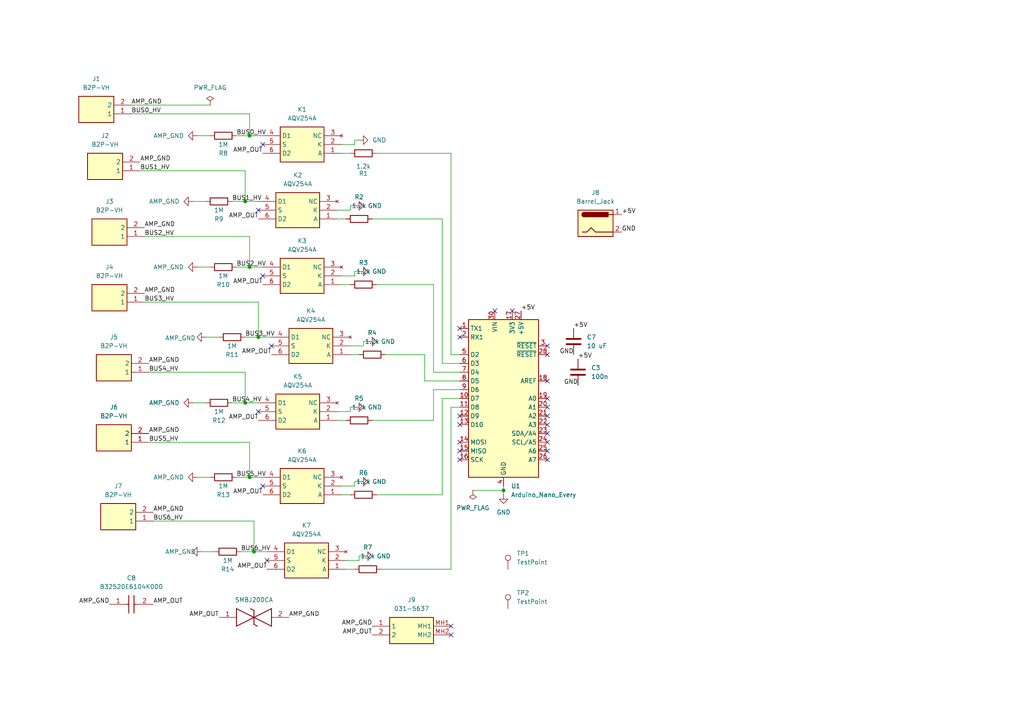
<source format=kicad_sch>
(kicad_sch (version 20250114) (generator "eeschema") (generator_version "9.0")
  (paper "A4")
  (lib_symbols
    (symbol "Connector:Barrel_Jack" (pin_names (offset 1.016))
      (property "Reference" "J" (at 0 5.334 0))
      (property "Value" "Barrel_Jack" (at 0 -5.08 0))
      (symbol "Barrel_Jack_0_1"
        (rectangle (start -5.08 3.81) (end 5.08 -3.81) (stroke (width 0.254)) (fill (type background)))
        (polyline (pts (xy -3.81 -2.54) (xy -2.54 -2.54) (xy -1.27 -1.27) (xy 0 -2.54) (xy 2.54 -2.54) (xy 5.08 -2.54)) (stroke (width 0.254)))
        (arc (start -3.302 1.905) (mid -3.9343 2.54) (end -3.302 3.175) (stroke (width 0.254)))
        (arc (start -3.302 1.905) (mid -3.9343 2.54) (end -3.302 3.175) (stroke (width 0.254)) (fill (type outline)))
        (rectangle (start 3.683 3.175) (end -3.302 1.905) (stroke (width 0.254)) (fill (type outline)))
        (polyline (pts (xy 5.08 2.54) (xy 3.81 2.54)) (stroke (width 0.254)))
      )
      (symbol "Barrel_Jack_1_1"
        (pin passive line (at 7.62 2.54 180) (length 2.54) (name "~") (number "1"))
        (pin passive line (at 7.62 -2.54 180) (length 2.54) (name "~") (number "2"))
      )
    )
    (symbol "Connector:TestPoint" (pin_numbers (hide yes)) (pin_names (offset 0.762) (hide yes))
      (property "Reference" "TP" (at 0 6.858 0))
      (property "Value" "TestPoint" (at 0 5.08 0))
      (symbol "TestPoint_0_1"
        (circle (center 0 3.302) (radius 0.762))
      )
      (symbol "TestPoint_1_1"
        (pin passive line (at 0 0 90) (length 2.54) (name "1") (number "1"))
      )
    )
    (symbol "Device:C" (pin_numbers (hide yes)) (pin_names (offset 0.254))
      (property "Reference" "C" (at 0.635 2.54 0))
      (property "Value" "C" (at 0.635 -2.54 0))
      (symbol "C_0_1"
        (polyline (pts (xy -2.032 0.762) (xy 2.032 0.762)) (stroke (width 0.508)))
        (polyline (pts (xy -2.032 -0.762) (xy 2.032 -0.762)) (stroke (width 0.508)))
      )
      (symbol "C_1_1"
        (pin passive line (at 0 3.81 270) (length 2.794) (name "~") (number "1"))
        (pin passive line (at 0 -3.81 90) (length 2.794) (name "~") (number "2"))
      )
    )
    (symbol "Device:R" (pin_numbers (hide yes)) (pin_names (offset 0))
      (property "Reference" "R" (at 2.032 0 90))
      (property "Value" "R" (at 0 0 90))
      (symbol "R_0_1"
        (rectangle (start -1.016 -2.54) (end 1.016 2.54) (stroke (width 0.254)))
      )
      (symbol "R_1_1"
        (pin passive line (at 0 3.81 270) (length 1.27) (name "~") (number "1"))
        (pin passive line (at 0 -3.81 90) (length 1.27) (name "~") (number "2"))
      )
    )
    (symbol "MCU_Module:Arduino_Nano_Every"
      (property "Reference" "A" (at -10.16 23.495 0))
      (property "Value" "Arduino_Nano_Every" (at 5.08 -24.13 0))
      (symbol "Arduino_Nano_Every_0_1"
        (rectangle (start -10.16 22.86) (end 10.16 -22.86) (stroke (width 0.254)) (fill (type background)))
      )
      (symbol "Arduino_Nano_Every_1_1"
        (pin bidirectional line (at -12.7 20.32 0) (length 2.54) (name "TX1") (number "1"))
        (pin bidirectional line (at -12.7 17.78 0) (length 2.54) (name "RX1") (number "2"))
        (pin bidirectional line (at -12.7 12.7 0) (length 2.54) (name "D2") (number "5"))
        (pin bidirectional line (at -12.7 10.16 0) (length 2.54) (name "D3") (number "6"))
        (pin bidirectional line (at -12.7 7.62 0) (length 2.54) (name "D4") (number "7"))
        (pin bidirectional line (at -12.7 5.08 0) (length 2.54) (name "D5") (number "8"))
        (pin bidirectional line (at -12.7 2.54 0) (length 2.54) (name "D6") (number "9"))
        (pin bidirectional line (at -12.7 0 0) (length 2.54) (name "D7") (number "10"))
        (pin bidirectional line (at -12.7 -2.54 0) (length 2.54) (name "D8") (number "11"))
        (pin bidirectional line (at -12.7 -5.08 0) (length 2.54) (name "D9") (number "12"))
        (pin bidirectional line (at -12.7 -7.62 0) (length 2.54) (name "D10") (number "13"))
        (pin bidirectional line (at -12.7 -12.7 0) (length 2.54) (name "MOSI") (number "14"))
        (pin bidirectional line (at -12.7 -15.24 0) (length 2.54) (name "MISO") (number "15"))
        (pin bidirectional line (at -12.7 -17.78 0) (length 2.54) (name "SCK") (number "16"))
        (pin power_in line (at -2.54 25.4 270) (length 2.54) (name "VIN") (number "30"))
        (pin passive line (at 0 -25.4 90) (length 2.54) (hide yes) (name "GND") (number "29"))
        (pin power_in line (at 0 -25.4 90) (length 2.54) (name "GND") (number "4"))
        (pin power_out line (at 2.54 25.4 270) (length 2.54) (name "3V3") (number "17"))
        (pin power_out line (at 5.08 25.4 270) (length 2.54) (name "+5V") (number "27"))
        (pin input line (at 12.7 15.24 180) (length 2.54) (name "~{RESET}") (number "3"))
        (pin input line (at 12.7 12.7 180) (length 2.54) (name "~{RESET}") (number "28"))
        (pin input line (at 12.7 5.08 180) (length 2.54) (name "AREF") (number "18"))
        (pin bidirectional line (at 12.7 0 180) (length 2.54) (name "A0") (number "19"))
        (pin bidirectional line (at 12.7 -2.54 180) (length 2.54) (name "A1") (number "20"))
        (pin bidirectional line (at 12.7 -5.08 180) (length 2.54) (name "A2") (number "21"))
        (pin bidirectional line (at 12.7 -7.62 180) (length 2.54) (name "A3") (number "22"))
        (pin bidirectional line (at 12.7 -10.16 180) (length 2.54) (name "SDA/A4") (number "23"))
        (pin bidirectional line (at 12.7 -12.7 180) (length 2.54) (name "SCL/A5") (number "24"))
        (pin bidirectional line (at 12.7 -15.24 180) (length 2.54) (name "A6") (number "25"))
        (pin bidirectional line (at 12.7 -17.78 180) (length 2.54) (name "A7") (number "26"))
      )
    )
    (symbol "SamacSys_Parts:031-5637"
      (property "Reference" "J" (at 19.05 7.62 0))
      (property "Value" "031-5637" (at 19.05 5.08 0))
      (symbol "031-5637_1_1"
        (rectangle (start 5.08 2.54) (end 17.78 -5.08) (stroke (width 0.254)) (fill (type background)))
        (pin passive line (at 0 0 0) (length 5.08) (name "1") (number "1"))
        (pin passive line (at 0 -2.54 0) (length 5.08) (name "2") (number "2"))
        (pin passive line (at 22.86 0 180) (length 5.08) (name "MH1") (number "MH1"))
        (pin passive line (at 22.86 -2.54 180) (length 5.08) (name "MH2") (number "MH2"))
      )
    )
    (symbol "SamacSys_Parts:AQV254A"
      (property "Reference" "K" (at 19.05 7.62 0))
      (property "Value" "AQV254A" (at 19.05 5.08 0))
      (symbol "AQV254A_1_1"
        (rectangle (start 5.08 2.54) (end 17.78 -7.62) (stroke (width 0.254)) (fill (type background)))
        (pin passive line (at 0 0 0) (length 5.08) (name "A") (number "1"))
        (pin passive line (at 0 -2.54 0) (length 5.08) (name "K") (number "2"))
        (pin no_connect line (at 0 -5.08 0) (length 5.08) (name "NC") (number "3"))
        (pin passive line (at 22.86 0 180) (length 5.08) (name "D2") (number "6"))
        (pin passive line (at 22.86 -2.54 180) (length 5.08) (name "S") (number "5"))
        (pin passive line (at 22.86 -5.08 180) (length 5.08) (name "D1") (number "4"))
      )
    )
    (symbol "SamacSys_Parts:B2P-VH"
      (property "Reference" "J" (at 16.51 7.62 0))
      (property "Value" "B2P-VH" (at 16.51 5.08 0))
      (symbol "B2P-VH_1_1"
        (rectangle (start 5.08 2.54) (end 15.24 -5.08) (stroke (width 0.254)) (fill (type background)))
        (pin passive line (at 0 0 0) (length 5.08) (name "1") (number "1"))
        (pin passive line (at 0 -2.54 0) (length 5.08) (name "2") (number "2"))
      )
    )
    (symbol "SamacSys_Parts:B32520E6104K000" (pin_names (hide yes))
      (property "Reference" "C" (at 8.89 6.35 0))
      (property "Value" "B32520E6104K000" (at 8.89 3.81 0))
      (symbol "B32520E6104K000_1_1"
        (polyline (pts (xy 5.08 0) (xy 5.588 0)) (stroke (width 0.254)))
        (polyline (pts (xy 5.588 2.54) (xy 5.588 -2.54)) (stroke (width 0.254)))
        (polyline (pts (xy 7.112 2.54) (xy 7.112 -2.54)) (stroke (width 0.254)))
        (polyline (pts (xy 7.112 0) (xy 7.62 0)) (stroke (width 0.254)))
        (pin passive line (at 0 0 0) (length 5.08) (name "1") (number "1"))
        (pin passive line (at 12.7 0 180) (length 5.08) (name "2") (number "2"))
      )
    )
    (symbol "SamacSys_Parts:SMBJ200CA" (pin_names (hide yes))
      (property "Reference" "D" (at 12.7 8.89 0))
      (property "Value" "SMBJ200CA" (at 12.7 6.35 0))
      (symbol "SMBJ200CA_1_1"
        (polyline (pts (xy 5.08 2.54) (xy 5.08 -2.54)) (stroke (width 0.254)))
        (polyline (pts (xy 5.08 2.54) (xy 10.16 0)) (stroke (width 0.254)))
        (polyline (pts (xy 9.144 2.54) (xy 10.16 2.032)) (stroke (width 0.254)))
        (polyline (pts (xy 10.16 0) (xy 5.08 -2.54)) (stroke (width 0.254)))
        (polyline (pts (xy 10.16 0) (xy 15.24 -2.54)) (stroke (width 0.254)))
        (polyline (pts (xy 10.16 -2.032) (xy 10.16 2.032)) (stroke (width 0.254)))
        (polyline (pts (xy 10.16 -2.032) (xy 11.176 -2.54)) (stroke (width 0.254)))
        (polyline (pts (xy 15.24 2.54) (xy 10.16 0)) (stroke (width 0.254)))
        (polyline (pts (xy 15.24 2.54) (xy 15.24 -2.54)) (stroke (width 0.254)))
        (pin passive line (at 0 0 0) (length 5.08) (name "1") (number "1"))
        (pin passive line (at 20.32 0 180) (length 5.08) (name "2") (number "2"))
      )
    )
    (symbol "power:GND" (power) (pin_numbers (hide yes)) (pin_names (offset 0) (hide yes))
      (property "Value" "GND" (at 0 -3.81 0))
      (symbol "GND_0_1"
        (polyline (pts (xy 0 0) (xy 0 -1.27) (xy 1.27 -1.27) (xy 0 -2.54) (xy -1.27 -1.27) (xy 0 -1.27)))
      )
      (symbol "GND_1_1"
        (pin power_in line (at 0 0 270) (length 0) (name "~") (number "1"))
      )
    )
    (symbol "power:PWR_FLAG" (power) (pin_numbers (hide yes)) (pin_names (offset 0) (hide yes))
      (property "Value" "PWR_FLAG" (at 0 3.81 0))
      (symbol "PWR_FLAG_0_0"
        (pin power_out line (at 0 0 90) (length 0) (name "~") (number "1"))
      )
      (symbol "PWR_FLAG_0_1"
        (polyline (pts (xy 0 0) (xy 0 1.27) (xy -1.016 1.905) (xy 0 2.54) (xy 1.016 1.905) (xy 0 1.27)))
      )
    )
  )
  (junction (at 73.66 160.02))
  (junction (at 72.39 39.37))
  (junction (at 71.12 58.42))
  (junction (at 72.39 77.47))
  (junction (at 74.93 97.79))
  (junction (at 71.12 116.84))
  (junction (at 72.39 138.43))
  (junction (at 146.05 142.24))
  (no_connect (at 133.35 95.25))
  (no_connect (at 133.35 120.65))
  (no_connect (at 158.75 133.35))
  (no_connect (at 143.51 90.17))
  (no_connect (at 76.2 80.01))
  (no_connect (at 158.75 110.49))
  (no_connect (at 133.35 133.35))
  (no_connect (at 158.75 102.87))
  (no_connect (at 130.81 181.61))
  (no_connect (at 78.74 100.33))
  (no_connect (at 158.75 128.27))
  (no_connect (at 158.75 125.73))
  (no_connect (at 158.75 118.11))
  (no_connect (at 158.75 100.33))
  (no_connect (at 74.93 60.96))
  (no_connect (at 158.75 130.81))
  (no_connect (at 158.75 123.19))
  (no_connect (at 74.93 119.38))
  (no_connect (at 76.2 41.91))
  (no_connect (at 76.2 140.97))
  (no_connect (at 158.75 120.65))
  (no_connect (at 148.59 90.17))
  (no_connect (at 133.35 97.79))
  (no_connect (at 133.35 130.81))
  (no_connect (at 133.35 128.27))
  (no_connect (at 158.75 115.57))
  (no_connect (at 133.35 123.19))
  (no_connect (at 130.81 184.15))
  (no_connect (at 77.47 162.56))
  (wire (pts (xy 57.15 138.43) (xy 60.96 138.43)))
  (wire (pts (xy 55.88 58.42) (xy 59.69 58.42)))
  (wire (pts (xy 101.6 59.69) (xy 102.87 59.69)))
  (wire (pts (xy 67.31 58.42) (xy 71.12 58.42)))
  (wire (pts (xy 72.39 39.37) (xy 76.2 39.37)))
  (wire (pts (xy 101.6 119.38) (xy 97.79 119.38)))
  (wire (pts (xy 102.87 40.64) (xy 104.14 40.64)))
  (wire (pts (xy 133.35 115.57) (xy 128.27 115.57)))
  (wire (pts (xy 123.19 110.49) (xy 123.19 102.87)))
  (wire (pts (xy 109.22 143.51) (xy 128.27 143.51)))
  (wire (pts (xy 102.87 78.74) (xy 102.87 80.01)))
  (wire (pts (xy 101.6 118.11) (xy 102.87 118.11)))
  (wire (pts (xy 137.16 142.24) (xy 146.05 142.24)))
  (wire (pts (xy 130.81 118.11) (xy 133.35 118.11)))
  (wire (pts (xy 68.58 39.37) (xy 72.39 39.37)))
  (wire (pts (xy 146.05 140.97) (xy 146.05 142.24)))
  (wire (pts (xy 128.27 105.41) (xy 133.35 105.41)))
  (wire (pts (xy 40.64 49.53) (xy 71.12 49.53)))
  (wire (pts (xy 38.1 30.48) (xy 60.96 30.48)))
  (wire (pts (xy 41.91 87.63) (xy 74.93 87.63)))
  (wire (pts (xy 125.73 113.03) (xy 133.35 113.03)))
  (wire (pts (xy 73.66 160.02) (xy 77.47 160.02)))
  (wire (pts (xy 146.05 142.24) (xy 146.05 143.51)))
  (wire (pts (xy 128.27 63.5) (xy 107.95 63.5)))
  (wire (pts (xy 105.41 100.33) (xy 101.6 100.33)))
  (wire (pts (xy 128.27 115.57) (xy 128.27 143.51)))
  (wire (pts (xy 102.87 139.7) (xy 104.14 139.7)))
  (wire (pts (xy 68.58 138.43) (xy 72.39 138.43)))
  (wire (pts (xy 130.81 44.45) (xy 109.22 44.45)))
  (wire (pts (xy 125.73 82.55) (xy 109.22 82.55)))
  (wire (pts (xy 57.15 39.37) (xy 60.96 39.37)))
  (wire (pts (xy 104.14 162.56) (xy 100.33 162.56)))
  (wire (pts (xy 43.18 107.95) (xy 71.12 107.95)))
  (wire (pts (xy 102.87 41.91) (xy 99.06 41.91)))
  (wire (pts (xy 125.73 121.92) (xy 125.73 113.03)))
  (wire (pts (xy 44.45 151.13) (xy 73.66 151.13)))
  (wire (pts (xy 72.39 68.58) (xy 72.39 77.47)))
  (wire (pts (xy 71.12 97.79) (xy 74.93 97.79)))
  (wire (pts (xy 101.6 102.87) (xy 104.14 102.87)))
  (wire (pts (xy 102.87 140.97) (xy 99.06 140.97)))
  (wire (pts (xy 72.39 128.27) (xy 72.39 138.43)))
  (wire (pts (xy 97.79 63.5) (xy 100.33 63.5)))
  (wire (pts (xy 57.15 77.47) (xy 60.96 77.47)))
  (wire (pts (xy 101.6 118.11) (xy 101.6 119.38)))
  (wire (pts (xy 128.27 63.5) (xy 128.27 105.41)))
  (wire (pts (xy 72.39 77.47) (xy 76.2 77.47)))
  (wire (pts (xy 102.87 139.7) (xy 102.87 140.97)))
  (wire (pts (xy 41.91 68.58) (xy 72.39 68.58)))
  (wire (pts (xy 71.12 116.84) (xy 74.93 116.84)))
  (wire (pts (xy 104.14 161.29) (xy 105.41 161.29)))
  (wire (pts (xy 102.87 80.01) (xy 99.06 80.01)))
  (wire (pts (xy 101.6 60.96) (xy 97.79 60.96)))
  (wire (pts (xy 130.81 165.1) (xy 130.81 118.11)))
  (wire (pts (xy 105.41 99.06) (xy 105.41 100.33)))
  (wire (pts (xy 123.19 102.87) (xy 111.76 102.87)))
  (wire (pts (xy 59.69 97.79) (xy 63.5 97.79)))
  (wire (pts (xy 58.42 160.02) (xy 62.23 160.02)))
  (wire (pts (xy 74.93 97.79) (xy 78.74 97.79)))
  (wire (pts (xy 71.12 49.53) (xy 71.12 58.42)))
  (wire (pts (xy 99.06 143.51) (xy 101.6 143.51)))
  (wire (pts (xy 72.39 138.43) (xy 76.2 138.43)))
  (wire (pts (xy 43.18 128.27) (xy 72.39 128.27)))
  (wire (pts (xy 72.39 39.37) (xy 72.39 33.02)))
  (wire (pts (xy 107.95 121.92) (xy 125.73 121.92)))
  (wire (pts (xy 73.66 151.13) (xy 73.66 160.02)))
  (wire (pts (xy 125.73 107.95) (xy 133.35 107.95)))
  (wire (pts (xy 130.81 102.87) (xy 133.35 102.87)))
  (wire (pts (xy 68.58 77.47) (xy 72.39 77.47)))
  (wire (pts (xy 99.06 82.55) (xy 101.6 82.55)))
  (wire (pts (xy 105.41 99.06) (xy 106.68 99.06)))
  (wire (pts (xy 101.6 59.69) (xy 101.6 60.96)))
  (wire (pts (xy 130.81 44.45) (xy 130.81 102.87)))
  (wire (pts (xy 125.73 82.55) (xy 125.73 107.95)))
  (wire (pts (xy 104.14 161.29) (xy 104.14 162.56)))
  (wire (pts (xy 99.06 44.45) (xy 101.6 44.45)))
  (wire (pts (xy 74.93 87.63) (xy 74.93 97.79)))
  (wire (pts (xy 102.87 40.64) (xy 102.87 41.91)))
  (wire (pts (xy 72.39 33.02) (xy 38.1 33.02)))
  (wire (pts (xy 97.79 121.92) (xy 100.33 121.92)))
  (wire (pts (xy 71.12 107.95) (xy 71.12 116.84)))
  (wire (pts (xy 133.35 110.49) (xy 123.19 110.49)))
  (wire (pts (xy 55.88 116.84) (xy 59.69 116.84)))
  (wire (pts (xy 102.87 78.74) (xy 104.14 78.74)))
  (wire (pts (xy 71.12 58.42) (xy 74.93 58.42)))
  (wire (pts (xy 69.85 160.02) (xy 73.66 160.02)))
  (wire (pts (xy 67.31 116.84) (xy 71.12 116.84)))
  (wire (pts (xy 110.49 165.1) (xy 130.81 165.1)))
  (wire (pts (xy 100.33 165.1) (xy 102.87 165.1)))
  (label "AMP_GND" (at 41.91 85.09 0))
  (label "BUS0_HV" (at 38.1 33.02 0))
  (label "AMP_GND" (at 38.1 30.48 0))
  (label "BUS5_HV" (at 43.18 128.27 0))
  (label "GND" (at 166.37 102.87 180))
  (label "+5V" (at 166.37 95.25 0))
  (label "AMP_OUT" (at 78.74 102.87 180))
  (label "AMP_OUT" (at 76.2 143.51 180))
  (label "BUS4_HV" (at 67.31 116.84 0))
  (label "BUS3_HV" (at 41.91 87.63 0))
  (label "AMP_GND" (at 43.18 125.73 0))
  (label "+5V" (at 151.13 90.17 0))
  (label "BUS4_HV" (at 43.18 107.95 0))
  (label "BUS2_HV" (at 68.58 77.47 0))
  (label "BUS1_HV" (at 40.64 49.53 0))
  (label "AMP_OUT" (at 76.2 82.55 180))
  (label "+5V" (at 180.34 62.23 0))
  (label "+5V" (at 167.64 104.14 0))
  (label "AMP_OUT" (at 74.93 121.92 180))
  (label "GND" (at 167.64 111.76 180))
  (label "AMP_OUT" (at 63.5 179.07 180))
  (label "AMP_OUT" (at 74.93 63.5 180))
  (label "BUS0_HV" (at 68.58 39.37 0))
  (label "BUS6_HV" (at 69.85 160.02 0))
  (label "BUS6_HV" (at 44.45 151.13 0))
  (label "AMP_OUT" (at 77.47 165.1 180))
  (label "AMP_GND" (at 83.82 179.07 0))
  (label "AMP_OUT" (at 76.2 44.45 180))
  (label "BUS5_HV" (at 68.58 138.43 0))
  (label "BUS1_HV" (at 67.31 58.42 0))
  (label "AMP_OUT" (at 107.95 184.15 180))
  (label "AMP_GND" (at 107.95 181.61 180))
  (label "AMP_OUT" (at 44.45 175.26 0))
  (label "BUS2_HV" (at 41.91 68.58 0))
  (label "AMP_GND" (at 44.45 148.59 0))
  (label "AMP_GND" (at 43.18 105.41 0))
  (label "GND" (at 180.34 67.31 0))
  (label "AMP_GND" (at 41.91 66.04 0))
  (label "AMP_GND" (at 40.64 46.99 0))
  (label "AMP_GND" (at 31.75 175.26 180))
  (label "BUS3_HV" (at 71.12 97.79 0))
  (symbol (lib_id "SamacSys_Parts:B2P-VH") (at 43.18 128.27 180) (unit 1)
    (property "Reference" "J6" (at 33.02 118.11 0))
    (property "Value" "B2P-VH" (at 33.02 120.65 0))
    (property "Footprint" "Connector_JST:JST_VH_B2P-VH-B_1x02_P3.96mm_Vertical" (effects (hide yes)))
    (property "Datasheet" "http://www.jst-mfg.com/product/pdf/eng/eVH.pdf" (effects (hide yes)))
    (property "Description" "CONN HEADER VH TOP 2POS 3.96MM" (effects (hide yes)))
    (property "Height" "9.4" (effects (hide yes)))
    (property "Manufacturer_Name" "JST (JAPAN SOLDERLESS TERMINALS)" (effects (hide yes)))
    (property "Manufacturer_Part_Number" "B2P-VH" (effects (hide yes)))
  )
  (symbol (lib_id "SamacSys_Parts:B2P-VH") (at 41.91 87.63 180) (unit 1)
    (property "Reference" "J4" (at 31.75 77.47 0))
    (property "Value" "B2P-VH" (at 31.75 80.01 0))
    (property "Footprint" "Connector_JST:JST_VH_B2P-VH-B_1x02_P3.96mm_Vertical" (effects (hide yes)))
    (property "Datasheet" "http://www.jst-mfg.com/product/pdf/eng/eVH.pdf" (effects (hide yes)))
    (property "Description" "CONN HEADER VH TOP 2POS 3.96MM" (effects (hide yes)))
    (property "Height" "9.4" (effects (hide yes)))
    (property "Manufacturer_Name" "JST (JAPAN SOLDERLESS TERMINALS)" (effects (hide yes)))
    (property "Manufacturer_Part_Number" "B2P-VH" (effects (hide yes)))
  )
  (symbol (lib_id "SamacSys_Parts:AQV254A") (at 97.79 63.5 180) (unit 1)
    (property "Reference" "K2" (at 86.36 50.8 0))
    (property "Value" "AQV254A" (at 86.36 53.34 0))
    (property "Footprint" "Package_DIP:SMDIP-6_W7.62mm" (effects (hide yes)))
    (property "Datasheet" "https://datasheet.datasheetarchive.com/originals/distributors/Datasheets-315/542737.pdf" (effects (hide yes)))
    (property "Description" "Relay,SSR,Control,SPST-NO,150mA,400V,SMD Panasonic 150 mA SPNO Solid State Relay, AC/DC, Surface Mount PhotoMOS, 400 V Maximum Load" (effects (hide yes)))
    (property "Height" "3.9" (effects (hide yes)))
    (property "Manufacturer_Name" "Panasonic" (effects (hide yes)))
    (property "Manufacturer_Part_Number" "AQV254A" (effects (hide yes)))
    (property "Mouser Part Number" "769-AQV254A" (effects (hide yes)))
    (property "Mouser Price/Stock" "https://www.mouser.co.uk/ProductDetail/Panasonic-Industrial-Devices/AQV254A?qs=QVBMgXxBiLxg%252B9lh65%252BN7w%3D%3D" (effects (hide yes)))
    (property "Arrow Part Number" "AQV254A" (effects (hide yes)))
    (property "Arrow Price/Stock" "https://www.arrow.com/en/products/aqv254a/panasonic" (effects (hide yes)))
  )
  (symbol (lib_id "SamacSys_Parts:AQV254A") (at 97.79 121.92 180) (unit 1)
    (property "Reference" "K5" (at 86.36 109.22 0))
    (property "Value" "AQV254A" (at 86.36 111.76 0))
    (property "Footprint" "Package_DIP:SMDIP-6_W7.62mm" (effects (hide yes)))
    (property "Datasheet" "https://datasheet.datasheetarchive.com/originals/distributors/Datasheets-315/542737.pdf" (effects (hide yes)))
    (property "Description" "Relay,SSR,Control,SPST-NO,150mA,400V,SMD Panasonic 150 mA SPNO Solid State Relay, AC/DC, Surface Mount PhotoMOS, 400 V Maximum Load" (effects (hide yes)))
    (property "Height" "3.9" (effects (hide yes)))
    (property "Manufacturer_Name" "Panasonic" (effects (hide yes)))
    (property "Manufacturer_Part_Number" "AQV254A" (effects (hide yes)))
    (property "Mouser Part Number" "769-AQV254A" (effects (hide yes)))
    (property "Mouser Price/Stock" "https://www.mouser.co.uk/ProductDetail/Panasonic-Industrial-Devices/AQV254A?qs=QVBMgXxBiLxg%252B9lh65%252BN7w%3D%3D" (effects (hide yes)))
    (property "Arrow Part Number" "AQV254A" (effects (hide yes)))
    (property "Arrow Price/Stock" "https://www.arrow.com/en/products/aqv254a/panasonic" (effects (hide yes)))
  )
  (symbol (lib_id "Device:R") (at 106.68 165.1 270) (unit 1)
    (property "Reference" "R7" (at 106.68 158.75 90))
    (property "Value" "1.2k" (at 106.68 161.29 90))
    (property "Footprint" "Resistor_SMD:R_0603_1608Metric" (effects (hide yes)))
    (property "Description" "Resistor" (effects (hide yes)))
  )
  (symbol (lib_id "Device:R") (at 63.5 58.42 270) (unit 1)
    (property "Reference" "R9" (at 63.5 63.5 90))
    (property "Value" "1M" (at 63.5 60.96 90))
    (property "Footprint" "Resistor_SMD:R_0805_2012Metric" (effects (hide yes)))
    (property "Description" "Resistor" (effects (hide yes)))
  )
  (symbol (lib_id "SamacSys_Parts:AQV254A") (at 101.6 102.87 180) (unit 1)
    (property "Reference" "K4" (at 90.17 90.17 0))
    (property "Value" "AQV254A" (at 90.17 92.71 0))
    (property "Footprint" "Package_DIP:SMDIP-6_W7.62mm" (effects (hide yes)))
    (property "Datasheet" "https://datasheet.datasheetarchive.com/originals/distributors/Datasheets-315/542737.pdf" (effects (hide yes)))
    (property "Description" "Relay,SSR,Control,SPST-NO,150mA,400V,SMD Panasonic 150 mA SPNO Solid State Relay, AC/DC, Surface Mount PhotoMOS, 400 V Maximum Load" (effects (hide yes)))
    (property "Height" "3.9" (effects (hide yes)))
    (property "Manufacturer_Name" "Panasonic" (effects (hide yes)))
    (property "Manufacturer_Part_Number" "AQV254A" (effects (hide yes)))
    (property "Mouser Part Number" "769-AQV254A" (effects (hide yes)))
    (property "Mouser Price/Stock" "https://www.mouser.co.uk/ProductDetail/Panasonic-Industrial-Devices/AQV254A?qs=QVBMgXxBiLxg%252B9lh65%252BN7w%3D%3D" (effects (hide yes)))
    (property "Arrow Part Number" "AQV254A" (effects (hide yes)))
    (property "Arrow Price/Stock" "https://www.arrow.com/en/products/aqv254a/panasonic" (effects (hide yes)))
  )
  (symbol (lib_id "power:GND") (at 146.05 143.51 0) (unit 1)
    (property "Reference" "#PWR02" (effects (hide yes)))
    (property "Value" "GND" (at 146.05 148.59 0))
    (property "Description" "Power symbol creates a global label with name \"GND\" , ground" (effects (hide yes)))
  )
  (symbol (lib_id "power:GND") (at 102.87 59.69 90) (unit 1)
    (property "Reference" "#PWR010" (effects (hide yes)))
    (property "Value" "GND" (at 106.68 59.6899 90) (effects (justify right)))
    (property "Description" "Power symbol creates a global label with name \"GND\" , ground" (effects (hide yes)))
  )
  (symbol (lib_id "Connector:Barrel_Jack") (at 172.72 64.77 0) (unit 1)
    (property "Reference" "J8" (at 172.72 55.88 0))
    (property "Value" "Barrel_Jack" (at 172.72 58.42 0))
    (property "Footprint" "Connector_BarrelJack:BarrelJack_CUI_PJ-102AH_Horizontal" (effects (hide yes)))
    (property "Description" "DC Barrel Jack" (effects (hide yes)))
  )
  (symbol (lib_id "power:GND") (at 59.69 97.79 270) (unit 1)
    (property "Reference" "#PWR03" (effects (hide yes)))
    (property "Value" "AMP_GND" (at 52.324 98.044 90))
    (property "Description" "Power symbol creates a global label with name \"GND\" , ground" (effects (hide yes)))
  )
  (symbol (lib_id "SamacSys_Parts:AQV254A") (at 100.33 165.1 180) (unit 1)
    (property "Reference" "K7" (at 88.9 152.4 0))
    (property "Value" "AQV254A" (at 88.9 154.94 0))
    (property "Footprint" "Package_DIP:SMDIP-6_W7.62mm" (effects (hide yes)))
    (property "Datasheet" "https://datasheet.datasheetarchive.com/originals/distributors/Datasheets-315/542737.pdf" (effects (hide yes)))
    (property "Description" "Relay,SSR,Control,SPST-NO,150mA,400V,SMD Panasonic 150 mA SPNO Solid State Relay, AC/DC, Surface Mount PhotoMOS, 400 V Maximum Load" (effects (hide yes)))
    (property "Height" "3.9" (effects (hide yes)))
    (property "Manufacturer_Name" "Panasonic" (effects (hide yes)))
    (property "Manufacturer_Part_Number" "AQV254A" (effects (hide yes)))
    (property "Mouser Part Number" "769-AQV254A" (effects (hide yes)))
    (property "Mouser Price/Stock" "https://www.mouser.co.uk/ProductDetail/Panasonic-Industrial-Devices/AQV254A?qs=QVBMgXxBiLxg%252B9lh65%252BN7w%3D%3D" (effects (hide yes)))
    (property "Arrow Part Number" "AQV254A" (effects (hide yes)))
    (property "Arrow Price/Stock" "https://www.arrow.com/en/products/aqv254a/panasonic" (effects (hide yes)))
  )
  (symbol (lib_id "Device:R") (at 107.95 102.87 270) (unit 1)
    (property "Reference" "R4" (at 107.95 96.52 90))
    (property "Value" "1.2k" (at 107.95 99.06 90))
    (property "Footprint" "Resistor_SMD:R_0603_1608Metric" (effects (hide yes)))
    (property "Description" "Resistor" (effects (hide yes)))
  )
  (symbol (lib_id "power:GND") (at 106.68 99.06 90) (unit 1)
    (property "Reference" "#PWR04" (effects (hide yes)))
    (property "Value" "GND" (at 110.49 99.0599 90) (effects (justify right)))
    (property "Description" "Power symbol creates a global label with name \"GND\" , ground" (effects (hide yes)))
  )
  (symbol (lib_id "power:GND") (at 104.14 139.7 90) (unit 1)
    (property "Reference" "#PWR016" (effects (hide yes)))
    (property "Value" "GND" (at 107.95 139.6999 90) (effects (justify right)))
    (property "Description" "Power symbol creates a global label with name \"GND\" , ground" (effects (hide yes)))
  )
  (symbol (lib_id "power:GND") (at 57.15 138.43 270) (unit 1)
    (property "Reference" "#PWR015" (effects (hide yes)))
    (property "Value" "AMP_GND" (at 53.34 138.4299 90) (effects (justify right)))
    (property "Description" "Power symbol creates a global label with name \"GND\" , ground" (effects (hide yes)))
  )
  (symbol (lib_id "SamacSys_Parts:SMBJ200CA") (at 63.5 179.07 0) (unit 1)
    (property "Reference" "D2" (effects (hide yes)))
    (property "Value" "SMBJ200CA" (at 73.66 173.99 0))
    (property "Footprint" "Diode_SMD:D_SMB" (effects (hide yes)))
    (property "Datasheet" "https://www.bourns.com/docs/Product-Datasheets/SMBJ.pdf" (effects (hide yes)))
    (property "Description" "ESD Suppressors / TVS Diodes 200volts 1uA 1.9 Amps Bi-Dir" (effects (hide yes)))
    (property "Height" "2.44" (effects (hide yes)))
    (property "Manufacturer_Name" "Bourns" (effects (hide yes)))
    (property "Manufacturer_Part_Number" "SMBJ200CA" (effects (hide yes)))
    (property "Mouser Part Number" "652-SMBJ200CA" (effects (hide yes)))
    (property "Mouser Price/Stock" "https://www.mouser.co.uk/ProductDetail/Bourns/SMBJ200CA?qs=RlRj25DlwaB0codG%252BT52QQ%3D%3D" (effects (hide yes)))
    (property "Arrow Part Number" "SMBJ200CA" (effects (hide yes)))
    (property "Arrow Price/Stock" "https://www.arrow.com/en/products/smbj200ca/bourns?region=nac" (effects (hide yes)))
  )
  (symbol (lib_id "Device:R") (at 104.14 63.5 270) (unit 1)
    (property "Reference" "R2" (at 104.14 57.15 90))
    (property "Value" "1.2k" (at 104.14 59.69 90))
    (property "Footprint" "Resistor_SMD:R_0603_1608Metric" (effects (hide yes)))
    (property "Description" "Resistor" (effects (hide yes)))
  )
  (symbol (lib_id "SamacSys_Parts:B2P-VH") (at 41.91 68.58 180) (unit 1)
    (property "Reference" "J3" (at 31.75 58.42 0))
    (property "Value" "B2P-VH" (at 31.75 60.96 0))
    (property "Footprint" "Connector_JST:JST_VH_B2P-VH-B_1x02_P3.96mm_Vertical" (effects (hide yes)))
    (property "Datasheet" "http://www.jst-mfg.com/product/pdf/eng/eVH.pdf" (effects (hide yes)))
    (property "Description" "CONN HEADER VH TOP 2POS 3.96MM" (effects (hide yes)))
    (property "Height" "9.4" (effects (hide yes)))
    (property "Manufacturer_Name" "JST (JAPAN SOLDERLESS TERMINALS)" (effects (hide yes)))
    (property "Manufacturer_Part_Number" "B2P-VH" (effects (hide yes)))
  )
  (symbol (lib_id "Device:R") (at 104.14 121.92 270) (unit 1)
    (property "Reference" "R5" (at 104.14 115.57 90))
    (property "Value" "1.2k" (at 104.14 118.11 90))
    (property "Footprint" "Resistor_SMD:R_0603_1608Metric" (effects (hide yes)))
    (property "Description" "Resistor" (effects (hide yes)))
  )
  (symbol (lib_id "power:GND") (at 105.41 161.29 90) (unit 1)
    (property "Reference" "#PWR014" (effects (hide yes)))
    (property "Value" "GND" (at 109.22 161.2899 90) (effects (justify right)))
    (property "Description" "Power symbol creates a global label with name \"GND\" , ground" (effects (hide yes)))
  )
  (symbol (lib_id "Device:C") (at 167.64 107.95 0) (unit 1)
    (property "Reference" "C3" (at 171.45 106.6799 0) (effects (justify left)))
    (property "Value" "100n" (at 171.45 109.2199 0) (effects (justify left)))
    (property "Footprint" "Capacitor_SMD:C_0603_1608Metric" (effects (hide yes)))
    (property "Description" "Unpolarized capacitor" (effects (hide yes)))
  )
  (symbol (lib_id "power:GND") (at 55.88 58.42 270) (unit 1)
    (property "Reference" "#PWR09" (effects (hide yes)))
    (property "Value" "AMP_GND" (at 52.07 58.4199 90) (effects (justify right)))
    (property "Description" "Power symbol creates a global label with name \"GND\" , ground" (effects (hide yes)))
  )
  (symbol (lib_id "power:GND") (at 57.15 39.37 270) (unit 1)
    (property "Reference" "#PWR011" (effects (hide yes)))
    (property "Value" "AMP_GND" (at 53.34 39.3699 90) (effects (justify right)))
    (property "Description" "Power symbol creates a global label with name \"GND\" , ground" (effects (hide yes)))
  )
  (symbol (lib_id "Device:R") (at 63.5 116.84 270) (unit 1)
    (property "Reference" "R12" (at 63.5 121.92 90))
    (property "Value" "1M" (at 63.5 119.38 90))
    (property "Footprint" "Resistor_SMD:R_0805_2012Metric" (effects (hide yes)))
    (property "Description" "Resistor" (effects (hide yes)))
  )
  (symbol (lib_id "SamacSys_Parts:AQV254A") (at 99.06 143.51 180) (unit 1)
    (property "Reference" "K6" (at 87.63 130.81 0))
    (property "Value" "AQV254A" (at 87.63 133.35 0))
    (property "Footprint" "Package_DIP:SMDIP-6_W7.62mm" (effects (hide yes)))
    (property "Datasheet" "https://datasheet.datasheetarchive.com/originals/distributors/Datasheets-315/542737.pdf" (effects (hide yes)))
    (property "Description" "Relay,SSR,Control,SPST-NO,150mA,400V,SMD Panasonic 150 mA SPNO Solid State Relay, AC/DC, Surface Mount PhotoMOS, 400 V Maximum Load" (effects (hide yes)))
    (property "Height" "3.9" (effects (hide yes)))
    (property "Manufacturer_Name" "Panasonic" (effects (hide yes)))
    (property "Manufacturer_Part_Number" "AQV254A" (effects (hide yes)))
    (property "Mouser Part Number" "769-AQV254A" (effects (hide yes)))
    (property "Mouser Price/Stock" "https://www.mouser.co.uk/ProductDetail/Panasonic-Industrial-Devices/AQV254A?qs=QVBMgXxBiLxg%252B9lh65%252BN7w%3D%3D" (effects (hide yes)))
    (property "Arrow Part Number" "AQV254A" (effects (hide yes)))
    (property "Arrow Price/Stock" "https://www.arrow.com/en/products/aqv254a/panasonic" (effects (hide yes)))
  )
  (symbol (lib_id "power:GND") (at 58.42 160.02 270) (unit 1)
    (property "Reference" "#PWR013" (effects (hide yes)))
    (property "Value" "AMP_GND" (at 52.324 160.02 90))
    (property "Description" "Power symbol creates a global label with name \"GND\" , ground" (effects (hide yes)))
  )
  (symbol (lib_id "power:PWR_FLAG") (at 137.16 142.24 180) (unit 1)
    (property "Reference" "#FLG02" (effects (hide yes)))
    (property "Value" "PWR_FLAG" (at 137.16 147.32 0))
    (property "Description" "Special symbol for telling ERC where power comes from" (effects (hide yes)))
  )
  (symbol (lib_id "Device:C") (at 166.37 99.06 0) (unit 1)
    (property "Reference" "C7" (at 170.18 97.7899 0) (effects (justify left)))
    (property "Value" "10 uF" (at 170.18 100.3299 0) (effects (justify left)))
    (property "Footprint" "Capacitor_SMD:C_0805_2012Metric" (effects (hide yes)))
    (property "Description" "Unpolarized capacitor" (effects (hide yes)))
  )
  (symbol (lib_id "power:GND") (at 104.14 78.74 90) (unit 1)
    (property "Reference" "#PWR08" (effects (hide yes)))
    (property "Value" "GND" (at 107.95 78.7399 90) (effects (justify right)))
    (property "Description" "Power symbol creates a global label with name \"GND\" , ground" (effects (hide yes)))
  )
  (symbol (lib_id "SamacSys_Parts:B2P-VH") (at 43.18 107.95 180) (unit 1)
    (property "Reference" "J5" (at 33.02 97.79 0))
    (property "Value" "B2P-VH" (at 33.02 100.33 0))
    (property "Footprint" "Connector_JST:JST_VH_B2P-VH-B_1x02_P3.96mm_Vertical" (effects (hide yes)))
    (property "Datasheet" "http://www.jst-mfg.com/product/pdf/eng/eVH.pdf" (effects (hide yes)))
    (property "Description" "CONN HEADER VH TOP 2POS 3.96MM" (effects (hide yes)))
    (property "Height" "9.4" (effects (hide yes)))
    (property "Manufacturer_Name" "JST (JAPAN SOLDERLESS TERMINALS)" (effects (hide yes)))
    (property "Manufacturer_Part_Number" "B2P-VH" (effects (hide yes)))
  )
  (symbol (lib_id "Device:R") (at 105.41 44.45 270) (unit 1)
    (property "Reference" "R1" (at 105.41 50.292 90))
    (property "Value" "1.2k" (at 105.41 48.26 90))
    (property "Footprint" "Resistor_SMD:R_0603_1608Metric" (effects (hide yes)))
    (property "Description" "Resistor" (effects (hide yes)))
  )
  (symbol (lib_id "Device:R") (at 64.77 138.43 270) (unit 1)
    (property "Reference" "R13" (at 64.77 143.51 90))
    (property "Value" "1M" (at 64.77 140.97 90))
    (property "Footprint" "Resistor_SMD:R_0805_2012Metric" (effects (hide yes)))
    (property "Description" "Resistor" (effects (hide yes)))
  )
  (symbol (lib_id "power:GND") (at 57.15 77.47 270) (unit 1)
    (property "Reference" "#PWR07" (effects (hide yes)))
    (property "Value" "AMP_GND" (at 53.34 77.4699 90) (effects (justify right)))
    (property "Description" "Power symbol creates a global label with name \"GND\" , ground" (effects (hide yes)))
  )
  (symbol (lib_id "Device:R") (at 64.77 39.37 270) (unit 1)
    (property "Reference" "R8" (at 64.77 44.45 90))
    (property "Value" "1M" (at 64.77 41.91 90))
    (property "Footprint" "Resistor_SMD:R_0805_2012Metric" (effects (hide yes)))
    (property "Description" "Resistor" (effects (hide yes)))
  )
  (symbol (lib_id "Device:R") (at 66.04 160.02 270) (unit 1)
    (property "Reference" "R14" (at 66.04 165.1 90))
    (property "Value" "1M" (at 66.04 162.56 90))
    (property "Footprint" "Resistor_SMD:R_0805_2012Metric" (effects (hide yes)))
    (property "Description" "Resistor" (effects (hide yes)))
  )
  (symbol (lib_id "Device:R") (at 67.31 97.79 270) (unit 1)
    (property "Reference" "R11" (at 67.31 102.87 90))
    (property "Value" "1M" (at 67.31 100.33 90))
    (property "Footprint" "Resistor_SMD:R_0805_2012Metric" (effects (hide yes)))
    (property "Description" "Resistor" (effects (hide yes)))
  )
  (symbol (lib_id "power:GND") (at 104.14 40.64 90) (unit 1)
    (property "Reference" "#PWR012" (effects (hide yes)))
    (property "Value" "GND" (at 107.95 40.6399 90) (effects (justify right)))
    (property "Description" "Power symbol creates a global label with name \"GND\" , ground" (effects (hide yes)))
  )
  (symbol (lib_id "MCU_Module:Arduino_Nano_Every") (at 146.05 115.57 0) (unit 1)
    (property "Reference" "U1" (at 148.1933 140.97 0) (effects (justify left)))
    (property "Value" "Arduino_Nano_Every" (at 148.1933 143.51 0) (effects (justify left)))
    (property "Footprint" "Module:Arduino_Nano" (effects (hide yes)))
    (property "Datasheet" "https://content.arduino.cc/assets/NANOEveryV3.0_sch.pdf" (effects (hide yes)))
    (property "Description" "Arduino Nano Every" (effects (hide yes)))
  )
  (symbol (lib_id "power:PWR_FLAG") (at 60.96 30.48 0) (unit 1)
    (property "Reference" "#FLG01" (effects (hide yes)))
    (property "Value" "PWR_FLAG" (at 60.96 25.4 0))
    (property "Description" "Special symbol for telling ERC where power comes from" (effects (hide yes)))
  )
  (symbol (lib_id "Connector:TestPoint") (at 147.32 165.1 0) (unit 1)
    (property "Reference" "TP1" (at 149.86 160.5279 0) (effects (justify left)))
    (property "Value" "TestPoint" (at 149.86 163.0679 0) (effects (justify left)))
    (property "Footprint" "TestPoint:TestPoint_Pad_D1.5mm" (effects (hide yes)))
    (property "Description" "test point" (effects (hide yes)))
  )
  (symbol (lib_id "power:GND") (at 102.87 118.11 90) (unit 1)
    (property "Reference" "#PWR06" (effects (hide yes)))
    (property "Value" "GND" (at 106.68 118.1099 90) (effects (justify right)))
    (property "Description" "Power symbol creates a global label with name \"GND\" , ground" (effects (hide yes)))
  )
  (symbol (lib_id "Connector:TestPoint") (at 147.32 176.53 0) (unit 1)
    (property "Reference" "TP2" (at 149.86 171.9579 0) (effects (justify left)))
    (property "Value" "TestPoint" (at 149.86 174.4979 0) (effects (justify left)))
    (property "Footprint" "TestPoint:TestPoint_Pad_D1.5mm" (effects (hide yes)))
    (property "Description" "test point" (effects (hide yes)))
  )
  (symbol (lib_id "Device:R") (at 105.41 143.51 270) (unit 1)
    (property "Reference" "R6" (at 105.41 137.16 90))
    (property "Value" "1.2k" (at 105.41 139.7 90))
    (property "Footprint" "Resistor_SMD:R_0603_1608Metric" (effects (hide yes)))
    (property "Description" "Resistor" (effects (hide yes)))
  )
  (symbol (lib_id "SamacSys_Parts:B2P-VH") (at 40.64 49.53 180) (unit 1)
    (property "Reference" "J2" (at 30.48 39.37 0))
    (property "Value" "B2P-VH" (at 30.48 41.91 0))
    (property "Footprint" "Connector_JST:JST_VH_B2P-VH-B_1x02_P3.96mm_Vertical" (effects (hide yes)))
    (property "Datasheet" "http://www.jst-mfg.com/product/pdf/eng/eVH.pdf" (effects (hide yes)))
    (property "Description" "CONN HEADER VH TOP 2POS 3.96MM" (effects (hide yes)))
    (property "Height" "9.4" (effects (hide yes)))
    (property "Manufacturer_Name" "JST (JAPAN SOLDERLESS TERMINALS)" (effects (hide yes)))
    (property "Manufacturer_Part_Number" "B2P-VH" (effects (hide yes)))
  )
  (symbol (lib_id "power:GND") (at 55.88 116.84 270) (unit 1)
    (property "Reference" "#PWR05" (effects (hide yes)))
    (property "Value" "AMP_GND" (at 52.07 116.8399 90) (effects (justify right)))
    (property "Description" "Power symbol creates a global label with name \"GND\" , ground" (effects (hide yes)))
  )
  (symbol (lib_id "SamacSys_Parts:AQV254A") (at 99.06 44.45 180) (unit 1)
    (property "Reference" "K1" (at 87.63 31.75 0))
    (property "Value" "AQV254A" (at 87.63 34.29 0))
    (property "Footprint" "Package_DIP:SMDIP-6_W7.62mm" (effects (hide yes)))
    (property "Datasheet" "https://datasheet.datasheetarchive.com/originals/distributors/Datasheets-315/542737.pdf" (effects (hide yes)))
    (property "Description" "Relay,SSR,Control,SPST-NO,150mA,400V,SMD Panasonic 150 mA SPNO Solid State Relay, AC/DC, Surface Mount PhotoMOS, 400 V Maximum Load" (effects (hide yes)))
    (property "Height" "3.9" (effects (hide yes)))
    (property "Manufacturer_Name" "Panasonic" (effects (hide yes)))
    (property "Manufacturer_Part_Number" "AQV254A" (effects (hide yes)))
    (property "Mouser Part Number" "769-AQV254A" (effects (hide yes)))
    (property "Mouser Price/Stock" "https://www.mouser.co.uk/ProductDetail/Panasonic-Industrial-Devices/AQV254A?qs=QVBMgXxBiLxg%252B9lh65%252BN7w%3D%3D" (effects (hide yes)))
    (property "Arrow Part Number" "AQV254A" (effects (hide yes)))
    (property "Arrow Price/Stock" "https://www.arrow.com/en/products/aqv254a/panasonic" (effects (hide yes)))
  )
  (symbol (lib_id "SamacSys_Parts:AQV254A") (at 99.06 82.55 180) (unit 1)
    (property "Reference" "K3" (at 87.63 69.85 0))
    (property "Value" "AQV254A" (at 87.63 72.39 0))
    (property "Footprint" "Package_DIP:SMDIP-6_W7.62mm" (effects (hide yes)))
    (property "Datasheet" "https://datasheet.datasheetarchive.com/originals/distributors/Datasheets-315/542737.pdf" (effects (hide yes)))
    (property "Description" "Relay,SSR,Control,SPST-NO,150mA,400V,SMD Panasonic 150 mA SPNO Solid State Relay, AC/DC, Surface Mount PhotoMOS, 400 V Maximum Load" (effects (hide yes)))
    (property "Height" "3.9" (effects (hide yes)))
    (property "Manufacturer_Name" "Panasonic" (effects (hide yes)))
    (property "Manufacturer_Part_Number" "AQV254A" (effects (hide yes)))
    (property "Mouser Part Number" "769-AQV254A" (effects (hide yes)))
    (property "Mouser Price/Stock" "https://www.mouser.co.uk/ProductDetail/Panasonic-Industrial-Devices/AQV254A?qs=QVBMgXxBiLxg%252B9lh65%252BN7w%3D%3D" (effects (hide yes)))
    (property "Arrow Part Number" "AQV254A" (effects (hide yes)))
    (property "Arrow Price/Stock" "https://www.arrow.com/en/products/aqv254a/panasonic" (effects (hide yes)))
  )
  (symbol (lib_id "SamacSys_Parts:B32520E6104K000") (at 31.75 175.26 0) (unit 1)
    (property "Reference" "C8" (at 38.1 167.64 0))
    (property "Value" "B32520E6104K000" (at 38.1 170.18 0))
    (property "Footprint" "Capacitor_THT:C_Rect_L10.0mm_W5.0mm_P5.00mm_P7.50mm" (effects (hide yes)))
    (property "Datasheet" "https://product.tdk.com/system/files/dam/doc/product/capacitor/film/mkt/data_sheet/20/20/db/fc_2009/b32520_529.pdf" (effects (hide yes)))
    (property "Description" "Metallized Polyester Capacitors (MKT), 0.10uF, 400V DC, 5mm(W) x 10.5mm(H) x 10mm(L)" (effects (hide yes)))
    (property "Height" "10.5" (effects (hide yes)))
    (property "Manufacturer_Name" "TDK" (effects (hide yes)))
    (property "Manufacturer_Part_Number" "B32520E6104K000" (effects (hide yes)))
    (property "Mouser Part Number" "871-B32520E6104K000" (effects (hide yes)))
    (property "Mouser Price/Stock" "https://www.mouser.co.uk/ProductDetail/EPCOS-TDK/B32520E6104K000?qs=rXlmONB1aiGH7rh6Sc6ctg%3D%3D" (effects (hide yes)))
  )
  (symbol (lib_id "Device:R") (at 105.41 82.55 270) (unit 1)
    (property "Reference" "R3" (at 105.41 76.2 90))
    (property "Value" "1.2k" (at 105.41 78.74 90))
    (property "Footprint" "Resistor_SMD:R_0603_1608Metric" (effects (hide yes)))
    (property "Description" "Resistor" (effects (hide yes)))
  )
  (symbol (lib_id "SamacSys_Parts:B2P-VH") (at 38.1 33.02 180) (unit 1)
    (property "Reference" "J1" (at 27.94 22.86 0))
    (property "Value" "B2P-VH" (at 27.94 25.4 0))
    (property "Footprint" "Connector_JST:JST_VH_B2P-VH-B_1x02_P3.96mm_Vertical" (effects (hide yes)))
    (property "Datasheet" "http://www.jst-mfg.com/product/pdf/eng/eVH.pdf" (effects (hide yes)))
    (property "Description" "CONN HEADER VH TOP 2POS 3.96MM" (effects (hide yes)))
    (property "Height" "9.4" (effects (hide yes)))
    (property "Manufacturer_Name" "JST (JAPAN SOLDERLESS TERMINALS)" (effects (hide yes)))
    (property "Manufacturer_Part_Number" "B2P-VH" (effects (hide yes)))
  )
  (symbol (lib_id "SamacSys_Parts:B2P-VH") (at 44.45 151.13 180) (unit 1)
    (property "Reference" "J7" (at 34.29 140.97 0))
    (property "Value" "B2P-VH" (at 34.29 143.51 0))
    (property "Footprint" "Connector_JST:JST_VH_B2P-VH-B_1x02_P3.96mm_Vertical" (effects (hide yes)))
    (property "Datasheet" "http://www.jst-mfg.com/product/pdf/eng/eVH.pdf" (effects (hide yes)))
    (property "Description" "CONN HEADER VH TOP 2POS 3.96MM" (effects (hide yes)))
    (property "Height" "9.4" (effects (hide yes)))
    (property "Manufacturer_Name" "JST (JAPAN SOLDERLESS TERMINALS)" (effects (hide yes)))
    (property "Manufacturer_Part_Number" "B2P-VH" (effects (hide yes)))
  )
  (symbol (lib_id "Device:R") (at 64.77 77.47 270) (unit 1)
    (property "Reference" "R10" (at 64.77 82.55 90))
    (property "Value" "1M" (at 64.77 80.01 90))
    (property "Footprint" "Resistor_SMD:R_0805_2012Metric" (effects (hide yes)))
    (property "Description" "Resistor" (effects (hide yes)))
  )
  (symbol (lib_id "SamacSys_Parts:031-5637") (at 107.95 181.61 0) (unit 1)
    (property "Reference" "J9" (at 119.38 173.99 0))
    (property "Value" "031-5637" (at 119.38 176.53 0))
    (property "Footprint" "SamacSys_Parts:0315637" (effects (hide yes)))
    (property "Datasheet" "https://datasheet.datasheetarchive.com/originals/distributors/Datasheets-DGA15/760804.pdf" (effects (hide yes)))
    (property "Description" "AMPHENOL RF - 031-5637 - RF/COAXIAL BNC BULKHEAD JACK R/A 50 OHM SOLDER" (effects (hide yes)))
    (property "Manufacturer_Name" "Amphenol" (effects (hide yes)))
    (property "Manufacturer_Part_Number" "031-5637" (effects (hide yes)))
    (property "Mouser Part Number" "523-31-5637" (effects (hide yes)))
    (property "Mouser Price/Stock" "https://www.mouser.co.uk/ProductDetail/Amphenol-RF/031-5637?qs=%2FrA2Kvb8OYb4YSYQEIM5Nw%3D%3D" (effects (hide yes)))
    (property "Arrow Part Number" "031-5637" (effects (hide yes)))
    (property "Arrow Price/Stock" "https://www.arrow.com/en/products/031-5637/amphenol-rf" (effects (hide yes)))
  )
)
</source>
